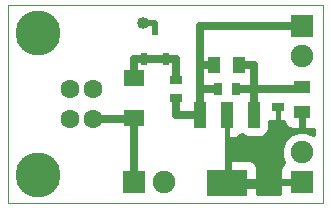
<source format=gtl>
G75*
%MOIN*%
%OFA0B0*%
%FSLAX24Y24*%
%IPPOS*%
%LPD*%
%AMOC8*
5,1,8,0,0,1.08239X$1,22.5*
%
%ADD10C,0.0000*%
%ADD11R,0.0394X0.0866*%
%ADD12R,0.1339X0.0866*%
%ADD13R,0.0394X0.0276*%
%ADD14R,0.0551X0.0433*%
%ADD15R,0.0276X0.0394*%
%ADD16R,0.0433X0.0551*%
%ADD17C,0.1496*%
%ADD18C,0.0630*%
%ADD19R,0.0236X0.0433*%
%ADD20R,0.0709X0.0551*%
%ADD21R,0.0750X0.0750*%
%ADD22C,0.0750*%
%ADD23C,0.0160*%
%ADD24C,0.0400*%
%ADD25C,0.0200*%
%ADD26C,0.0250*%
D10*
X003219Y000180D02*
X003219Y006780D01*
X013719Y006780D01*
X013719Y000180D01*
X003219Y000180D01*
D11*
X009614Y003122D03*
X010519Y003122D03*
X011425Y003122D03*
D12*
X010519Y000838D03*
D13*
X012219Y003385D03*
X012219Y003975D03*
X008819Y003685D03*
X008819Y004275D03*
D14*
X013019Y004043D03*
X013019Y003217D03*
D15*
X010815Y003980D03*
X010224Y003980D03*
D16*
X010106Y004780D03*
X010933Y004780D03*
D17*
X004219Y005850D03*
X004219Y001110D03*
D18*
X005282Y002988D03*
X006070Y002988D03*
X006070Y003972D03*
X005282Y003972D03*
D19*
X007745Y004968D03*
X008494Y004968D03*
X008119Y005992D03*
D20*
X007419Y004349D03*
X007419Y003011D03*
D21*
X007419Y000880D03*
X013019Y000880D03*
X013019Y006080D03*
D22*
X013019Y005080D03*
X013019Y001880D03*
X008419Y000880D03*
D23*
X010519Y000918D02*
X010519Y003103D01*
X010538Y003103D01*
X010538Y002309D01*
X010754Y002309D01*
X010827Y002323D01*
X010896Y002352D01*
X010959Y002393D01*
X011008Y002443D01*
X011041Y002409D01*
X011163Y002359D01*
X011687Y002359D01*
X011809Y002409D01*
X011902Y002502D01*
X011952Y002623D01*
X011952Y002874D01*
X011985Y002867D01*
X012219Y002867D01*
X012219Y003385D01*
X012219Y003385D01*
X012219Y002867D01*
X012388Y002867D01*
X012407Y002820D01*
X012449Y002758D01*
X012502Y002705D01*
X012564Y002663D01*
X012633Y002635D01*
X012706Y002620D01*
X012991Y002620D01*
X012991Y003188D01*
X013048Y003188D01*
X013048Y002620D01*
X013333Y002620D01*
X013389Y002631D01*
X013389Y002490D01*
X013160Y002585D01*
X012879Y002585D01*
X012620Y002478D01*
X012422Y002279D01*
X012314Y002020D01*
X012314Y001740D01*
X012396Y001544D01*
X012349Y001497D01*
X012308Y001435D01*
X012279Y001366D01*
X012264Y001292D01*
X012264Y000925D01*
X012974Y000925D01*
X012974Y000835D01*
X012264Y000835D01*
X012264Y000510D01*
X011569Y000510D01*
X011569Y000758D01*
X010599Y000758D01*
X010599Y000918D01*
X010519Y000918D01*
X010519Y000973D02*
X010599Y000973D01*
X010599Y000918D02*
X010599Y001651D01*
X011226Y001651D01*
X011300Y001637D01*
X011369Y001608D01*
X011431Y001567D01*
X011484Y001514D01*
X011526Y001451D01*
X011554Y001382D01*
X011569Y001309D01*
X011569Y000918D01*
X010599Y000918D01*
X010599Y000814D02*
X012264Y000814D01*
X012264Y000656D02*
X011569Y000656D01*
X011569Y000973D02*
X012264Y000973D01*
X012264Y001131D02*
X011569Y001131D01*
X011569Y001290D02*
X012264Y001290D01*
X012316Y001448D02*
X011527Y001448D01*
X011371Y001607D02*
X012370Y001607D01*
X012314Y001765D02*
X010519Y001765D01*
X010519Y001607D02*
X010599Y001607D01*
X010599Y001448D02*
X010519Y001448D01*
X010519Y001290D02*
X010599Y001290D01*
X010599Y001131D02*
X010519Y001131D01*
X010519Y001924D02*
X012314Y001924D01*
X012340Y002082D02*
X010519Y002082D01*
X010519Y002241D02*
X012406Y002241D01*
X012541Y002399D02*
X011785Y002399D01*
X011925Y002558D02*
X012813Y002558D01*
X012991Y002716D02*
X013048Y002716D01*
X013048Y002875D02*
X012991Y002875D01*
X012991Y003033D02*
X013048Y003033D01*
X012491Y002716D02*
X011952Y002716D01*
X012219Y002875D02*
X012219Y002875D01*
X012219Y003033D02*
X012219Y003033D01*
X012219Y003192D02*
X012219Y003192D01*
X012219Y003350D02*
X012219Y003350D01*
X011425Y003122D02*
X011419Y003122D01*
X010538Y003033D02*
X010519Y003033D01*
X010519Y002875D02*
X010538Y002875D01*
X010538Y002716D02*
X010519Y002716D01*
X010519Y002558D02*
X010538Y002558D01*
X010538Y002399D02*
X010519Y002399D01*
X010964Y002399D02*
X011065Y002399D01*
X013226Y002558D02*
X013389Y002558D01*
D24*
X011419Y003980D03*
X007719Y006180D03*
D25*
X008119Y006180D01*
X008119Y005992D01*
X010019Y004780D02*
X010106Y004780D01*
X009619Y003122D02*
X009614Y003122D01*
D26*
X008819Y003122D01*
X008819Y003685D01*
X009619Y003980D02*
X009619Y004780D01*
X009619Y006080D01*
X013019Y006080D01*
X011419Y004780D02*
X010933Y004780D01*
X011419Y004780D02*
X011419Y003980D01*
X012219Y003980D01*
X012219Y003975D01*
X013019Y003975D01*
X013019Y004043D01*
X013019Y003980D01*
X011419Y003980D02*
X010815Y003980D01*
X010224Y003980D02*
X009619Y003980D01*
X009619Y003122D01*
X011419Y003122D02*
X011419Y003980D01*
X010106Y004780D02*
X009619Y004780D01*
X008819Y004968D02*
X008819Y004275D01*
X008819Y004968D02*
X008494Y004968D01*
X007745Y004968D01*
X007419Y004968D01*
X007419Y004349D01*
X007470Y004349D01*
X007419Y003011D02*
X007419Y002988D01*
X007419Y000880D01*
X007419Y002988D02*
X006070Y002988D01*
M02*

</source>
